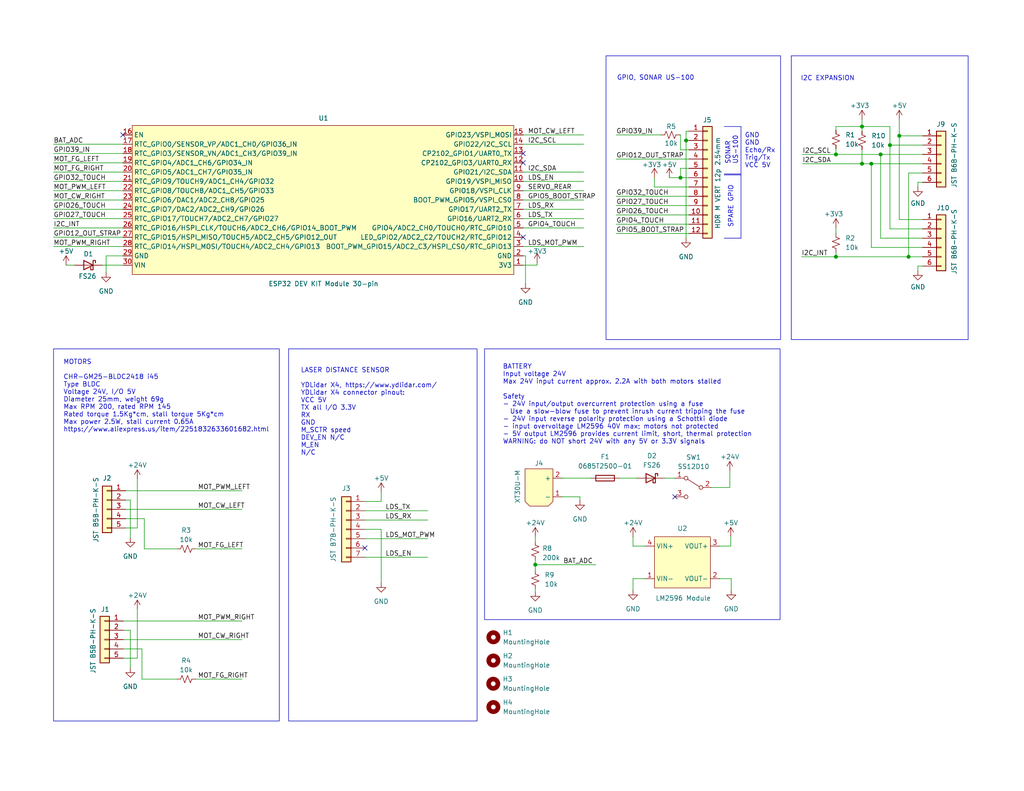
<source format=kicad_sch>
(kicad_sch (version 20230121) (generator eeschema)
  (paper "USLetter")
  (title_block (title "Maker's Pet ESP32 Breakout") (date "2023-12-29") (rev "1.1.0") (company "Maker's Pet") (comment 1 "makerspet.com"))
  (lib_symbols
    (symbol "Connector_Generic:Conn_01x05" (pin_names (offset 1.016) hide)
      (property "Reference" "J" (at 0 7.62 0))
      (property "Value" "Conn_01x05" (at 0 -7.62 0))
      (symbol "Conn_01x05_1_1"
        (rectangle (start -1.27 -4.953) (end 0 -5.207) (stroke (width 0.1524)))
        (rectangle (start -1.27 -2.413) (end 0 -2.667) (stroke (width 0.1524)))
        (rectangle (start -1.27 0.127) (end 0 -0.127) (stroke (width 0.1524)))
        (rectangle (start -1.27 2.667) (end 0 2.413) (stroke (width 0.1524)))
        (rectangle (start -1.27 5.207) (end 0 4.953) (stroke (width 0.1524)))
        (rectangle (start -1.27 6.35) (end 1.27 -6.35) (stroke (width 0.254)) (fill (type background)))
        (pin passive line (at -5.08 5.08 0) (length 3.81) (name "Pin_1") (number "1"))
        (pin passive line (at -5.08 2.54 0) (length 3.81) (name "Pin_2") (number "2"))
        (pin passive line (at -5.08 0 0) (length 3.81) (name "Pin_3") (number "3"))
        (pin passive line (at -5.08 -2.54 0) (length 3.81) (name "Pin_4") (number "4"))
        (pin passive line (at -5.08 -5.08 0) (length 3.81) (name "Pin_5") (number "5"))
      )
    )
    (symbol "Connector_Generic:Conn_01x06" (pin_names (offset 1.016) hide)
      (property "Reference" "J" (at 0 7.62 0))
      (property "Value" "Conn_01x06" (at 0 -10.16 0))
      (symbol "Conn_01x06_1_1"
        (rectangle (start -1.27 -7.493) (end 0 -7.747) (stroke (width 0.1524)))
        (rectangle (start -1.27 -4.953) (end 0 -5.207) (stroke (width 0.1524)))
        (rectangle (start -1.27 -2.413) (end 0 -2.667) (stroke (width 0.1524)))
        (rectangle (start -1.27 0.127) (end 0 -0.127) (stroke (width 0.1524)))
        (rectangle (start -1.27 2.667) (end 0 2.413) (stroke (width 0.1524)))
        (rectangle (start -1.27 5.207) (end 0 4.953) (stroke (width 0.1524)))
        (rectangle (start -1.27 6.35) (end 1.27 -8.89) (stroke (width 0.254)) (fill (type background)))
        (pin passive line (at -5.08 5.08 0) (length 3.81) (name "Pin_1") (number "1"))
        (pin passive line (at -5.08 2.54 0) (length 3.81) (name "Pin_2") (number "2"))
        (pin passive line (at -5.08 0 0) (length 3.81) (name "Pin_3") (number "3"))
        (pin passive line (at -5.08 -2.54 0) (length 3.81) (name "Pin_4") (number "4"))
        (pin passive line (at -5.08 -5.08 0) (length 3.81) (name "Pin_5") (number "5"))
        (pin passive line (at -5.08 -7.62 0) (length 3.81) (name "Pin_6") (number "6"))
      )
    )
    (symbol "Connector_Generic:Conn_01x07" (pin_names (offset 1.016) hide)
      (property "Reference" "J" (at 0 10.16 0))
      (property "Value" "Conn_01x07" (at 0 -10.16 0))
      (symbol "Conn_01x07_1_1"
        (rectangle (start -1.27 -7.493) (end 0 -7.747) (stroke (width 0.1524)))
        (rectangle (start -1.27 -4.953) (end 0 -5.207) (stroke (width 0.1524)))
        (rectangle (start -1.27 -2.413) (end 0 -2.667) (stroke (width 0.1524)))
        (rectangle (start -1.27 0.127) (end 0 -0.127) (stroke (width 0.1524)))
        (rectangle (start -1.27 2.667) (end 0 2.413) (stroke (width 0.1524)))
        (rectangle (start -1.27 5.207) (end 0 4.953) (stroke (width 0.1524)))
        (rectangle (start -1.27 7.747) (end 0 7.493) (stroke (width 0.1524)))
        (rectangle (start -1.27 8.89) (end 1.27 -8.89) (stroke (width 0.254)) (fill (type background)))
        (pin passive line (at -5.08 7.62 0) (length 3.81) (name "Pin_1") (number "1"))
        (pin passive line (at -5.08 5.08 0) (length 3.81) (name "Pin_2") (number "2"))
        (pin passive line (at -5.08 2.54 0) (length 3.81) (name "Pin_3") (number "3"))
        (pin passive line (at -5.08 0 0) (length 3.81) (name "Pin_4") (number "4"))
        (pin passive line (at -5.08 -2.54 0) (length 3.81) (name "Pin_5") (number "5"))
        (pin passive line (at -5.08 -5.08 0) (length 3.81) (name "Pin_6") (number "6"))
        (pin passive line (at -5.08 -7.62 0) (length 3.81) (name "Pin_7") (number "7"))
      )
    )
    (symbol "Connector_Generic:Conn_01x12" (pin_names (offset 1.016) hide)
      (property "Reference" "J" (at 0 15.24 0))
      (property "Value" "Conn_01x12" (at 0 -17.78 0))
      (symbol "Conn_01x12_1_1"
        (rectangle (start -1.27 -15.113) (end 0 -15.367) (stroke (width 0.1524)))
        (rectangle (start -1.27 -12.573) (end 0 -12.827) (stroke (width 0.1524)))
        (rectangle (start -1.27 -10.033) (end 0 -10.287) (stroke (width 0.1524)))
        (rectangle (start -1.27 -7.493) (end 0 -7.747) (stroke (width 0.1524)))
        (rectangle (start -1.27 -4.953) (end 0 -5.207) (stroke (width 0.1524)))
        (rectangle (start -1.27 -2.413) (end 0 -2.667) (stroke (width 0.1524)))
        (rectangle (start -1.27 0.127) (end 0 -0.127) (stroke (width 0.1524)))
        (rectangle (start -1.27 2.667) (end 0 2.413) (stroke (width 0.1524)))
        (rectangle (start -1.27 5.207) (end 0 4.953) (stroke (width 0.1524)))
        (rectangle (start -1.27 7.747) (end 0 7.493) (stroke (width 0.1524)))
        (rectangle (start -1.27 10.287) (end 0 10.033) (stroke (width 0.1524)))
        (rectangle (start -1.27 12.827) (end 0 12.573) (stroke (width 0.1524)))
        (rectangle (start -1.27 13.97) (end 1.27 -16.51) (stroke (width 0.254)) (fill (type background)))
        (pin passive line (at -5.08 12.7 0) (length 3.81) (name "Pin_1") (number "1"))
        (pin passive line (at -5.08 -10.16 0) (length 3.81) (name "Pin_10") (number "10"))
        (pin passive line (at -5.08 -12.7 0) (length 3.81) (name "Pin_11") (number "11"))
        (pin passive line (at -5.08 -15.24 0) (length 3.81) (name "Pin_12") (number "12"))
        (pin passive line (at -5.08 10.16 0) (length 3.81) (name "Pin_2") (number "2"))
        (pin passive line (at -5.08 7.62 0) (length 3.81) (name "Pin_3") (number "3"))
        (pin passive line (at -5.08 5.08 0) (length 3.81) (name "Pin_4") (number "4"))
        (pin passive line (at -5.08 2.54 0) (length 3.81) (name "Pin_5") (number "5"))
        (pin passive line (at -5.08 0 0) (length 3.81) (name "Pin_6") (number "6"))
        (pin passive line (at -5.08 -2.54 0) (length 3.81) (name "Pin_7") (number "7"))
        (pin passive line (at -5.08 -5.08 0) (length 3.81) (name "Pin_8") (number "8"))
        (pin passive line (at -5.08 -7.62 0) (length 3.81) (name "Pin_9") (number "9"))
      )
    )
    (symbol "Device:D_Schottky" (pin_numbers hide) (pin_names (offset 1.016) hide)
      (property "Reference" "D" (at 0 2.54 0))
      (property "Value" "D_Schottky" (at 0 -2.54 0))
      (symbol "D_Schottky_0_1"
        (polyline (pts (xy 1.27 0) (xy -1.27 0)))
        (polyline (pts (xy 1.27 1.27) (xy 1.27 -1.27) (xy -1.27 0) (xy 1.27 1.27)) (stroke (width 0.254)))
        (polyline (pts (xy -1.905 0.635) (xy -1.905 1.27) (xy -1.27 1.27) (xy -1.27 -1.27) (xy -0.635 -1.27) (xy -0.635 -0.635)) (stroke (width 0.254)))
      )
      (symbol "D_Schottky_1_1"
        (pin passive line (at -3.81 0 0) (length 2.54) (name "K") (number "1"))
        (pin passive line (at 3.81 0 180) (length 2.54) (name "A") (number "2"))
      )
    )
    (symbol "Device:Fuse" (pin_numbers hide) (pin_names (offset 0))
      (property "Reference" "F" (at 2.032 0 90))
      (property "Value" "Fuse" (at -1.905 0 90))
      (symbol "Fuse_0_1"
        (rectangle (start -0.762 -2.54) (end 0.762 2.54) (stroke (width 0.254)))
        (polyline (pts (xy 0 2.54) (xy 0 -2.54)))
      )
      (symbol "Fuse_1_1"
        (pin passive line (at 0 3.81 270) (length 1.27) (name "~") (number "1"))
        (pin passive line (at 0 -3.81 90) (length 1.27) (name "~") (number "2"))
      )
    )
    (symbol "Device:R_Small_US" (pin_numbers hide) (pin_names (offset 0.254) hide)
      (property "Reference" "R" (at 0.762 0.508 0))
      (property "Value" "R_Small_US" (at 0.762 -1.016 0))
      (symbol "R_Small_US_1_1"
        (polyline (pts (xy 0 0) (xy 1.016 -0.381) (xy 0 -0.762) (xy -1.016 -1.143) (xy 0 -1.524)))
        (polyline (pts (xy 0 1.524) (xy 1.016 1.143) (xy 0 0.762) (xy -1.016 0.381) (xy 0 0)))
        (pin passive line (at 0 2.54 270) (length 1.016) (name "~") (number "1"))
        (pin passive line (at 0 -2.54 90) (length 1.016) (name "~") (number "2"))
      )
    )
    (symbol "Makerspet:DC-DC Module"
      (property "Reference" "U" (at 0 -1.27 0))
      (symbol "DC-DC Module_1_1"
        (rectangle (start -7.62 -2.54) (end 7.62 -16.51) (fill (type background)))
        (pin passive line (at -10.16 -13.97 0) (length 2.54) (name "VIN-") (number "1"))
        (pin passive line (at 10.16 -13.97 180) (length 2.54) (name "VOUT-") (number "2"))
        (pin power_out line (at 10.16 -5.08 180) (length 2.54) (name "VOUT+") (number "3"))
        (pin power_in line (at -10.16 -5.08 0) (length 2.54) (name "VIN+") (number "4"))
      )
    )
    (symbol "Makerspet:ESP32-DOIT-V1"
      (property "Reference" "U1" (at -1.27 21.59 0))
      (property "Value" "ESP32 DEV KIT DOIT 30-pin" (at -1.27 24.13 0))
      (symbol "ESP32-DOIT-V1_1_1"
        (rectangle (start -53.34 20.32) (end 50.8 -20.32) (fill (type background)))
        (pin power_out line (at 53.34 -17.78 180) (length 2.54) (name "3V3") (number "1"))
        (pin bidirectional line (at 53.34 5.08 180) (length 2.54) (name "GPIO19/VSPI_MISO") (number "10"))
        (pin bidirectional line (at 53.34 7.62 180) (length 2.54) (name "GPIO21/I2C_SDA") (number "11"))
        (pin bidirectional line (at 53.34 10.16 180) (length 2.54) (name "CP2102_GPIO3/UART0_RX") (number "12"))
        (pin bidirectional line (at 53.34 12.7 180) (length 2.54) (name "CP2102_GPIO1/UART0_TX") (number "13"))
        (pin bidirectional line (at 53.34 15.24 180) (length 2.54) (name "GPIO22/I2C_SCL") (number "14"))
        (pin bidirectional line (at 53.34 17.78 180) (length 2.54) (name "GPIO23/VSPI_MOSI") (number "15"))
        (pin bidirectional line (at -55.88 17.78 0) (length 2.54) (name "EN") (number "16"))
        (pin bidirectional line (at -55.88 15.24 0) (length 2.54) (name "RTC_GPIO0/SENSOR_VP/ADC1_CH0/GPIO36_IN") (number "17"))
        (pin bidirectional line (at -55.88 12.7 0) (length 2.54) (name "RTC_GPIO3/SENSOR_VN/ADC1_CH3/GPIO39_IN") (number "18"))
        (pin bidirectional line (at -55.88 10.16 0) (length 2.54) (name "RTC_GPIO4/ADC1_CH6/GPIO34_IN") (number "19"))
        (pin passive line (at 53.34 -15.24 180) (length 2.54) (name "GND") (number "2"))
        (pin bidirectional line (at -55.88 7.62 0) (length 2.54) (name "RTC_GPIO5/ADC1_CH7/GPIO35_IN") (number "20"))
        (pin bidirectional line (at -55.88 5.08 0) (length 2.54) (name "RTC_GPIO9/TOUCH9/ADC1_CH4/GPIO32") (number "21"))
        (pin bidirectional line (at -55.88 2.54 0) (length 2.54) (name "RTC_GPIO8/TOUCH8/ADC1_CH5/GPIO33") (number "22"))
        (pin bidirectional line (at -55.88 0 0) (length 2.54) (name "RTC_GPIO6/DAC1/ADC2_CH8/GPIO25") (number "23"))
        (pin bidirectional line (at -55.88 -2.54 0) (length 2.54) (name "RTC_GPIO7/DAC2/ADC2_CH9/GPIO26") (number "24"))
        (pin bidirectional line (at -55.88 -5.08 0) (length 2.54) (name "RTC_GPIO17/TOUCH7/ADC2_CH7/GPIO27") (number "25"))
        (pin bidirectional line (at -55.88 -7.62 0) (length 2.54) (name "RTC_GPIO16/HSPI_CLK/TOUCH6/ADC2_CH6/GPIO14_BOOT_PWM") (number "26"))
        (pin bidirectional line (at -55.88 -10.16 0) (length 2.54) (name "RTC_GPIO15/HSPI_MISO/TOUCH5/ADC2_CH5/GPIO12_OUT") (number "27"))
        (pin bidirectional line (at -55.88 -12.7 0) (length 2.54) (name "RTC_GPIO14/HSPI_MOSI/TOUCH4/ADC2_CH4/GPIO13") (number "28"))
        (pin passive line (at -55.88 -15.24 0) (length 2.54) (name "GND") (number "29"))
        (pin bidirectional line (at 53.34 -12.7 180) (length 2.54) (name "BOOT_PWM_GPIO15/ADC2_C3/HSPI_CS0/RTC_GPIO13") (number "3"))
        (pin power_in line (at -55.88 -17.78 0) (length 2.54) (name "VIN") (number "30"))
        (pin bidirectional line (at 53.34 -10.16 180) (length 2.54) (name "LED_GPIO2/ADC2_C2/TOUCH2/RTC_GPIO12") (number "4"))
        (pin bidirectional line (at 53.34 -7.62 180) (length 2.54) (name "GPIO4/ADC2_CH0/TOUCH0/RTC_GPIO10") (number "5"))
        (pin bidirectional line (at 53.34 -5.08 180) (length 2.54) (name "GPIO16/UART2_RX") (number "6"))
        (pin bidirectional line (at 53.34 -2.54 180) (length 2.54) (name "GPIO17/UART2_TX") (number "7"))
        (pin bidirectional line (at 53.34 0 180) (length 2.54) (name "BOOT_PWM_GPIO5/VSPI_CS0") (number "8"))
        (pin bidirectional line (at 53.34 2.54 180) (length 2.54) (name "GPIO18/VSPI_CLK") (number "9"))
      )
    )
    (symbol "Makerspet:XT30UPB-M"
      (property "Reference" "J" (at 0 0 0))
      (symbol "XT30UPB-M_1_1"
        (polyline (pts (xy -3.81 -2.54) (xy 3.81 -2.54) (xy 3.81 -11.43) (xy 2.54 -12.7) (xy -2.54 -12.7) (xy -3.81 -11.43) (xy -3.81 -2.54)) (fill (type background)))
        (pin passive line (at 6.35 -10.16 180) (length 2.54) (name "-") (number "1"))
        (pin power_out line (at 6.35 -5.08 180) (length 2.54) (name "+") (number "2"))
      )
    )
    (symbol "Mechanical:MountingHole" (pin_names (offset 1.016))
      (property "Reference" "H" (at 0 5.08 0))
      (property "Value" "MountingHole" (at 0 3.175 0))
      (symbol "MountingHole_0_1"
        (circle (center 0 0) (radius 1.27) (stroke (width 1.27)))
      )
    )
    (symbol "Switch:SW_SPDT" (pin_names (offset 0) hide)
      (property "Reference" "SW" (at 0 4.318 0))
      (property "Value" "SW_SPDT" (at 0 -5.08 0))
      (symbol "SW_SPDT_0_0"
        (circle (center -2.032 0) (radius 0.508))
        (circle (center 2.032 -2.54) (radius 0.508))
      )
      (symbol "SW_SPDT_0_1"
        (polyline (pts (xy -1.524 0.254) (xy 1.651 2.286)))
        (circle (center 2.032 2.54) (radius 0.508))
      )
      (symbol "SW_SPDT_1_1"
        (pin passive line (at 5.08 2.54 180) (length 2.54) (name "A") (number "1"))
        (pin passive line (at -5.08 0 0) (length 2.54) (name "B") (number "2"))
        (pin passive line (at 5.08 -2.54 180) (length 2.54) (name "C") (number "3"))
      )
    )
    (symbol "power:+24V" (power) (pin_names (offset 0))
      (property "Value" "+24V" (at 0 3.556 0))
      (symbol "+24V_0_1"
        (polyline (pts (xy -0.762 1.27) (xy 0 2.54)))
        (polyline (pts (xy 0 0) (xy 0 2.54)))
        (polyline (pts (xy 0 2.54) (xy 0.762 1.27)))
      )
      (symbol "+24V_1_1"
        (pin power_in line (at 0 0 90) (length 0) hide (name "+24V") (number "1"))
      )
    )
    (symbol "power:+3V3" (power) (pin_names (offset 0))
      (property "Value" "+3V3" (at 0 3.556 0))
      (symbol "+3V3_0_1"
        (polyline (pts (xy -0.762 1.27) (xy 0 2.54)))
        (polyline (pts (xy 0 0) (xy 0 2.54)))
        (polyline (pts (xy 0 2.54) (xy 0.762 1.27)))
      )
      (symbol "+3V3_1_1"
        (pin power_in line (at 0 0 90) (length 0) hide (name "+3V3") (number "1"))
      )
    )
    (symbol "power:+5V" (power) (pin_names (offset 0))
      (property "Value" "+5V" (at 0 3.556 0))
      (symbol "+5V_0_1"
        (polyline (pts (xy -0.762 1.27) (xy 0 2.54)))
        (polyline (pts (xy 0 0) (xy 0 2.54)))
        (polyline (pts (xy 0 2.54) (xy 0.762 1.27)))
      )
      (symbol "+5V_1_1"
        (pin power_in line (at 0 0 90) (length 0) hide (name "+5V") (number "1"))
      )
    )
    (symbol "power:GND" (power) (pin_names (offset 0))
      (property "Value" "GND" (at 0 -3.81 0))
      (symbol "GND_0_1"
        (polyline (pts (xy 0 0) (xy 0 -1.27) (xy 1.27 -1.27) (xy 0 -2.54) (xy -1.27 -1.27) (xy 0 -1.27)))
      )
      (symbol "GND_1_1"
        (pin power_in line (at 0 0 270) (length 0) hide (name "GND") (number "1"))
      )
    )
  )
  (junction (at 242.824 39.624))
  (junction (at 228.092 42.164))
  (junction (at 185.674 48.514))
  (junction (at 187.198 38.354))
  (junction (at 235.204 44.704))
  (junction (at 247.904 70.104))
  (junction (at 228.092 70.104))
  (junction (at 146.05 154.178))
  (junction (at 240.284 42.164))
  (junction (at 237.744 44.704))
  (junction (at 235.204 34.544))
  (junction (at 245.364 37.084))
  (no_connect (at 33.528 36.83))
  (no_connect (at 142.748 44.45))
  (no_connect (at 142.748 41.91))
  (no_connect (at 99.568 149.606))
  (no_connect (at 142.748 64.77))
  (no_connect (at 184.15 135.636))
  (polyline (pts (xy 202.184 65.024) (xy 202.184 47.752)))
  (wire (pts (xy 142.748 52.07) (xy 159.258 52.07)))
  (wire (pts (xy 146.05 146.558) (xy 146.05 147.828)))
  (wire (pts (xy 27.94 72.39) (xy 33.528 72.39)))
  (wire (pts (xy 143.383 69.85) (xy 143.383 77.47)))
  (wire (pts (xy 142.748 62.23) (xy 159.258 62.23)))
  (wire (pts (xy 172.72 149.098) (xy 176.022 149.098)))
  (polyline (pts (xy 197.612 47.752) (xy 202.184 47.752)))
  (wire (pts (xy 218.694 70.104) (xy 228.092 70.104)))
  (wire (pts (xy 146.05 154.178) (xy 146.05 155.702)))
  (wire (pts (xy 53.34 185.42) (xy 66.04 185.42)))
  (wire (pts (xy 33.655 169.545) (xy 66.04 169.545)))
  (wire (pts (xy 185.674 48.514) (xy 187.96 48.514)))
  (wire (pts (xy 39.37 141.605) (xy 34.29 141.605)))
  (wire (pts (xy 34.29 144.145) (xy 37.465 144.145)))
  (wire (pts (xy 187.96 45.974) (xy 185.674 45.974)))
  (wire (pts (xy 218.948 44.704) (xy 235.204 44.704)))
  (wire (pts (xy 146.05 160.782) (xy 146.05 161.544)))
  (wire (pts (xy 14.605 54.61) (xy 33.528 54.61)))
  (wire (pts (xy 35.56 172.085) (xy 35.56 182.372)))
  (wire (pts (xy 142.748 57.15) (xy 159.258 57.15)))
  (wire (pts (xy 99.568 136.906) (xy 104.013 136.906)))
  (wire (pts (xy 199.136 128.524) (xy 199.136 133.096)))
  (wire (pts (xy 158.242 136.652) (xy 158.242 135.636)))
  (wire (pts (xy 245.364 37.084) (xy 245.364 59.944)))
  (wire (pts (xy 14.605 44.45) (xy 33.528 44.45)))
  (wire (pts (xy 250.444 72.644) (xy 251.714 72.644)))
  (wire (pts (xy 242.824 62.484) (xy 251.714 62.484)))
  (wire (pts (xy 172.72 157.988) (xy 176.022 157.988)))
  (wire (pts (xy 242.824 39.624) (xy 242.824 62.484)))
  (wire (pts (xy 237.744 44.704) (xy 237.744 67.564)))
  (wire (pts (xy 104.013 134.366) (xy 104.013 136.906)))
  (wire (pts (xy 35.56 136.525) (xy 35.56 146.812)))
  (wire (pts (xy 53.34 149.86) (xy 66.04 149.86)))
  (wire (pts (xy 39.37 149.86) (xy 39.37 141.605)))
  (wire (pts (xy 146.05 152.908) (xy 146.05 154.178)))
  (wire (pts (xy 185.674 45.974) (xy 185.674 48.514)))
  (wire (pts (xy 168.148 53.594) (xy 187.96 53.594)))
  (wire (pts (xy 142.748 59.69) (xy 159.258 59.69)))
  (wire (pts (xy 235.204 40.894) (xy 235.204 44.704)))
  (wire (pts (xy 240.284 42.164) (xy 251.714 42.164)))
  (wire (pts (xy 168.148 61.214) (xy 187.96 61.214)))
  (wire (pts (xy 172.72 161.163) (xy 172.72 157.988)))
  (wire (pts (xy 34.29 139.065) (xy 66.04 139.065)))
  (wire (pts (xy 14.605 49.53) (xy 33.528 49.53)))
  (wire (pts (xy 199.517 161.163) (xy 199.517 157.988)))
  (wire (pts (xy 33.528 69.85) (xy 28.956 69.85)))
  (wire (pts (xy 14.605 46.99) (xy 33.528 46.99)))
  (wire (pts (xy 187.96 51.054) (xy 178.562 51.054)))
  (wire (pts (xy 228.092 68.834) (xy 228.092 70.104)))
  (wire (pts (xy 14.605 64.77) (xy 33.528 64.77)))
  (wire (pts (xy 218.948 42.164) (xy 228.092 42.164)))
  (wire (pts (xy 240.284 42.164) (xy 240.284 65.024)))
  (wire (pts (xy 228.092 42.164) (xy 240.284 42.164)))
  (wire (pts (xy 185.674 36.83) (xy 185.674 40.894)))
  (wire (pts (xy 38.735 185.42) (xy 48.26 185.42)))
  (wire (pts (xy 185.42 36.83) (xy 185.674 36.83)))
  (wire (pts (xy 228.092 62.23) (xy 228.092 63.754)))
  (wire (pts (xy 245.364 59.944) (xy 251.714 59.944)))
  (wire (pts (xy 168.148 58.674) (xy 187.96 58.674)))
  (wire (pts (xy 38.735 185.42) (xy 38.735 177.165)))
  (wire (pts (xy 237.744 44.704) (xy 251.714 44.704)))
  (wire (pts (xy 235.204 44.704) (xy 237.744 44.704)))
  (wire (pts (xy 251.714 49.784) (xy 250.444 49.784)))
  (wire (pts (xy 251.714 67.564) (xy 237.744 67.564)))
  (wire (pts (xy 168.148 56.134) (xy 187.96 56.134)))
  (wire (pts (xy 235.204 32.639) (xy 235.204 34.544)))
  (wire (pts (xy 242.824 39.624) (xy 242.824 34.544)))
  (polyline (pts (xy 197.612 34.544) (xy 202.184 34.544)))
  (wire (pts (xy 38.735 177.165) (xy 33.655 177.165)))
  (wire (pts (xy 142.748 54.61) (xy 159.258 54.61)))
  (wire (pts (xy 187.96 35.814) (xy 187.198 35.814)))
  (polyline (pts (xy 197.612 47.498) (xy 202.184 47.498)))
  (wire (pts (xy 142.748 49.53) (xy 159.258 49.53)))
  (wire (pts (xy 142.748 67.31) (xy 159.258 67.31)))
  (wire (pts (xy 99.568 141.986) (xy 116.713 141.986)))
  (wire (pts (xy 228.092 35.56) (xy 228.092 34.544)))
  (wire (pts (xy 235.204 34.544) (xy 235.204 35.814)))
  (wire (pts (xy 168.148 43.434) (xy 187.96 43.434)))
  (wire (pts (xy 34.29 133.985) (xy 66.04 133.985)))
  (wire (pts (xy 153.416 135.636) (xy 158.242 135.636)))
  (wire (pts (xy 146.558 71.755) (xy 146.558 72.39)))
  (polyline (pts (xy 202.184 47.498) (xy 202.184 34.544)))
  (wire (pts (xy 37.465 130.81) (xy 37.465 144.145)))
  (wire (pts (xy 99.568 147.066) (xy 116.713 147.066)))
  (wire (pts (xy 235.204 34.544) (xy 242.824 34.544)))
  (wire (pts (xy 187.198 38.354) (xy 187.198 65.024)))
  (wire (pts (xy 228.092 70.104) (xy 247.904 70.104)))
  (wire (pts (xy 14.605 39.37) (xy 33.528 39.37)))
  (wire (pts (xy 168.91 130.556) (xy 173.736 130.556)))
  (wire (pts (xy 33.655 174.625) (xy 66.04 174.625)))
  (wire (pts (xy 185.674 40.894) (xy 187.96 40.894)))
  (wire (pts (xy 247.904 47.244) (xy 247.904 70.104)))
  (wire (pts (xy 181.356 130.556) (xy 184.15 130.556)))
  (wire (pts (xy 142.748 36.83) (xy 159.258 36.83)))
  (wire (pts (xy 99.568 144.526) (xy 104.013 144.526)))
  (wire (pts (xy 251.714 39.624) (xy 242.824 39.624)))
  (wire (pts (xy 247.904 47.244) (xy 251.714 47.244)))
  (wire (pts (xy 104.013 144.526) (xy 104.013 159.131)))
  (wire (pts (xy 187.198 38.354) (xy 187.96 38.354)))
  (wire (pts (xy 14.605 59.69) (xy 33.528 59.69)))
  (wire (pts (xy 196.342 149.098) (xy 199.39 149.098)))
  (wire (pts (xy 33.655 179.705) (xy 37.465 179.705)))
  (wire (pts (xy 142.748 69.85) (xy 143.383 69.85)))
  (wire (pts (xy 196.342 157.988) (xy 199.517 157.988)))
  (wire (pts (xy 251.714 37.084) (xy 245.364 37.084)))
  (wire (pts (xy 142.748 46.99) (xy 159.258 46.99)))
  (wire (pts (xy 14.605 67.31) (xy 33.528 67.31)))
  (wire (pts (xy 187.198 35.814) (xy 187.198 38.354)))
  (wire (pts (xy 39.37 149.86) (xy 48.26 149.86)))
  (wire (pts (xy 247.904 70.104) (xy 251.714 70.104)))
  (wire (pts (xy 14.605 52.07) (xy 33.528 52.07)))
  (wire (pts (xy 99.568 139.446) (xy 116.713 139.446)))
  (wire (pts (xy 250.444 72.644) (xy 250.444 73.914)))
  (wire (pts (xy 37.465 166.37) (xy 37.465 179.705)))
  (wire (pts (xy 153.416 130.556) (xy 161.29 130.556)))
  (wire (pts (xy 99.568 152.146) (xy 116.713 152.146)))
  (wire (pts (xy 251.714 65.024) (xy 240.284 65.024)))
  (wire (pts (xy 18.034 72.39) (xy 20.32 72.39)))
  (wire (pts (xy 34.29 136.525) (xy 35.56 136.525)))
  (wire (pts (xy 33.655 172.085) (xy 35.56 172.085)))
  (wire (pts (xy 172.72 146.558) (xy 172.72 149.098)))
  (wire (pts (xy 182.626 48.514) (xy 185.674 48.514)))
  (wire (pts (xy 228.092 34.544) (xy 235.204 34.544)))
  (wire (pts (xy 14.605 41.91) (xy 33.528 41.91)))
  (wire (pts (xy 142.748 39.37) (xy 159.258 39.37)))
  (wire (pts (xy 250.444 49.784) (xy 250.444 51.054)))
  (wire (pts (xy 146.05 154.178) (xy 162.56 154.178)))
  (wire (pts (xy 168.148 63.754) (xy 187.96 63.754)))
  (wire (pts (xy 199.136 133.096) (xy 194.31 133.096)))
  (polyline (pts (xy 197.612 65.024) (xy 202.184 65.024)))
  (wire (pts (xy 28.956 69.85) (xy 28.956 74.422)))
  (wire (pts (xy 142.748 72.39) (xy 146.558 72.39)))
  (wire (pts (xy 14.605 62.23) (xy 33.528 62.23)))
  (wire (pts (xy 168.148 36.83) (xy 180.34 36.83)))
  (wire (pts (xy 14.605 57.15) (xy 33.528 57.15)))
  (wire (pts (xy 199.39 146.558) (xy 199.39 149.098)))
  (wire (pts (xy 228.092 40.64) (xy 228.092 42.164)))
  (wire (pts (xy 178.562 48.514) (xy 178.562 51.054)))
  (wire (pts (xy 245.364 32.639) (xy 245.364 37.084)))
  (rectangle (start 14.605 95.25) (end 76.2 196.85))
  (rectangle (start 215.9 15.24) (end 264.16 92.71))
  (rectangle (start 78.74 95.25) (end 130.175 196.85))
  (rectangle (start 132.207 95.25) (end 212.852 169.164))
  (rectangle (start 165.354 15.24) (end 212.979 92.71))
  (text "SONAR\nUS-100" (at 201.422 44.958 90) (effects (font (size 1.27 1.27)) (justify left bottom)))
  (text "GND\nGND\nEcho/Rx\nTrig/Tx\nVCC 5V" (at 203.2 45.974 0) (effects (font (size 1.27 1.27)) (justify left bottom)))
  (text "SPARE GPIO" (at 200.152 62.23 90) (effects (font (size 1.27 1.27)) (justify left bottom)))
  (text "GPIO, SONAR US-100" (at 189.484 22.098 0) (effects (font (size 1.27 1.27)) (justify right bottom)))
  (text "I2C EXPANSION" (at 218.44 22.225 0) (effects (font (size 1.27 1.27)) (justify left bottom)))
  (text "BATTERY\nInput voltage 24V\nMax 24V input current approx. 2.2A with both motors stalled\n\nSafety\n- 24V input/output overcurrent protection using a fuse\n  Use a slow-blow fuse to prevent inrush current tripping the fuse\n- 24V input reverse polarity protection using a Schottki diode\n- input overvoltage LM2596 40V max; motors not protected\n- 5V output LM2596 provides current limit, short, thermal protection\nWARNING: do NOT short 24V with any 5V or 3.3V signals" (at 137.16 121.412 0) (effects (font (size 1.27 1.27)) (justify left bottom)))
  (text "MOTORS\n\nCHR-GM25-BLDC2418 i45\nType BLDC\nVoltage 24V, I/O 5V\nDiameter 25mm, weight 69g\nMax RPM 200, rated RPM 145\nRated torque 1.5Kg*cm, stall torque 5Kg*cm\nMax power 2.5W, stall current 0.65A\nhttps://www.aliexpress.us/item/2251832633601682.html" (at 17.272 118.11 0) (effects (font (size 1.27 1.27)) (justify left bottom)))
  (text "LASER DISTANCE SENSOR\n\nYDLidar X4, https://www.ydlidar.com/\nYDLidar X4 connector pinout:\nVCC 5V\nTX all I/O 3.3V\nRX\nGND\nM_SCTR speed\nDEV_EN N/C\nM_EN\nN/C" (at 82.042 124.46 0) (effects (font (size 1.27 1.27)) (justify left bottom)))
  (label "MOT_CW_LEFT" (at 144.018 36.83 0))
  (label "MOT_FG_LEFT" (at 14.605 44.45 0))
  (label "GPIO26_TOUCH" (at 14.605 57.15 0))
  (label "GPIO32_TOUCH" (at 168.148 53.594 0))
  (label "GPIO4_TOUCH" (at 144.018 62.23 0))
  (label "MOT_FG_RIGHT" (at 53.975 185.42 0))
  (label "MOT_FG_LEFT" (at 53.975 149.86 0))
  (label "I2C_INT" (at 218.694 70.104 0))
  (label "MOT_PWM_RIGHT" (at 53.975 169.545 0))
  (label "MOT_PWM_LEFT" (at 53.975 133.985 0))
  (label "LDS_TX" (at 105.156 139.446 0))
  (label "GPIO27_TOUCH" (at 168.148 56.134 0))
  (label "BAT_ADC" (at 14.605 39.37 0))
  (label "MOT_CW_RIGHT" (at 53.975 174.625 0))
  (label "LDS_MOT_PWM" (at 105.156 147.066 0))
  (label "MOT_PWM_LEFT" (at 14.605 52.07 0))
  (label "GPIO39_IN" (at 168.148 36.83 0))
  (label "LDS_MOT_PWM" (at 144.018 67.31 0))
  (label "LDS_RX" (at 105.156 141.986 0))
  (label "LDS_TX" (at 144.018 59.69 0))
  (label "BAT_ADC" (at 153.67 154.178 0))
  (label "GPIO5_BOOT_STRAP" (at 168.148 63.754 0))
  (label "MOT_CW_LEFT" (at 53.975 139.065 0))
  (label "GPIO32_TOUCH" (at 14.605 49.53 0))
  (label "GPIO27_TOUCH" (at 14.605 59.69 0))
  (label "MOT_CW_RIGHT" (at 14.605 54.61 0))
  (label "GPIO4_TOUCH" (at 168.148 61.214 0))
  (label "LDS_RX" (at 144.018 57.15 0))
  (label "I2C_SDA" (at 218.948 44.704 0))
  (label "GPIO26_TOUCH" (at 168.148 58.674 0))
  (label "GPIO12_OUT_STRAP" (at 168.148 43.434 0))
  (label "MOT_PWM_RIGHT" (at 14.605 67.31 0))
  (label "LDS_EN" (at 105.156 152.146 0))
  (label "I2C_SDA" (at 144.018 46.99 0))
  (label "MOT_FG_RIGHT" (at 14.605 46.99 0))
  (label "GPIO39_IN" (at 14.605 41.91 0))
  (label "GPIO5_BOOT_STRAP" (at 144.018 54.61 0))
  (label "SERVO_REAR" (at 144.018 52.07 0))
  (label "I2C_SCL" (at 218.948 42.164 0))
  (label "LDS_EN" (at 144.018 49.53 0))
  (label "I2C_INT" (at 14.605 62.23 0))
  (label "GPIO12_OUT_STRAP" (at 14.605 64.77 0))
  (label "I2C_SCL" (at 144.018 39.37 0))
  (symbol (lib_id "Connector_Generic:Conn_01x06") (at 256.794 65.024 0) (unit 1)
    (property "Reference" "J10" (at 255.524 56.769 0) (effects (justify left)))
    (property "Value" "JST B6B-PH-K-S" (at 260.35 74.93 90) (effects (justify left)))
    (property "Footprint" "Connector_JST:JST_PH_B6B-PH-K_1x06_P2.00mm_Vertical" (effects hide))
  )
  (symbol (lib_id "power:GND") (at 172.72 161.163 0) (unit 1)
    (property "Reference" "#PWR017" (effects hide))
    (property "Value" "GND" (at 172.72 166.243 0))
  )
  (symbol (lib_id "power:+3V3") (at 146.558 71.755 0) (unit 1)
    (property "Reference" "#PWR015" (effects hide))
    (property "Value" "+3V3" (at 146.558 68.58 0))
  )
  (symbol (lib_id "power:GND") (at 143.383 77.47 0) (unit 1)
    (property "Reference" "#PWR014" (effects hide))
    (property "Value" "GND" (at 143.383 82.55 0))
  )
  (symbol (lib_id "Device:D_Schottky") (at 24.13 72.39 0) (mirror y) (unit 1)
    (property "Reference" "D1" (at 24.13 69.342 0))
    (property "Value" "FS26" (at 23.876 75.438 0))
    (property "Footprint" "Diode_SMD:D_SOD-123F" (effects hide))
    (property "Datasheet" "https://www.digikey.com/en/products/detail/good-ark-semiconductor/FS26/18667798" (effects hide))
  )
  (symbol (lib_id "Switch:SW_SPDT") (at 189.23 133.096 0) (mirror y) (unit 1)
    (property "Reference" "SW1" (at 189.23 124.841 0))
    (property "Value" "SS12D10" (at 189.23 127.381 0))
    (property "Footprint" "Makerspet:SWITCH" (effects hide))
    (property "Datasheet" "https://www.aliexpress.us/item/3256803752541650.html" (effects hide))
  )
  (symbol (lib_id "Device:Fuse") (at 165.1 130.556 90) (unit 1)
    (property "Reference" "F1" (at 165.1 124.714 90))
    (property "Value" "0685T2500-01" (at 165.1 127.254 90))
    (property "Footprint" "Fuse:Fuse_1206_3216Metric" (effects hide))
    (property "Datasheet" "https://www.belfuse.com/resources/datasheets/circuitprotection/ds-cp-c1t-series.pdf" (effects hide))
  )
  (symbol (lib_id "power:+3V3") (at 235.204 32.639 0) (unit 1)
    (property "Reference" "#PWR030" (effects hide))
    (property "Value" "+3V3" (at 234.569 28.829 0))
  )
  (symbol (lib_id "Mechanical:MountingHole") (at 134.62 173.99 0) (unit 1)
    (property "Reference" "H1" (at 137.16 172.72 0) (effects (justify left)))
    (property "Value" "MountingHole" (at 137.16 175.26 0) (effects (justify left)))
    (property "Footprint" "MountingHole:MountingHole_3.2mm_M3" (effects hide))
  )
  (symbol (lib_id "Connector_Generic:Conn_01x05") (at 29.21 139.065 0) (mirror y) (unit 1)
    (property "Reference" "J2" (at 29.21 130.556 0))
    (property "Value" "JST B5B-PH-K-S" (at 26.162 139.192 90))
    (property "Footprint" "Connector_JST:JST_PH_B5B-PH-K_1x05_P2.00mm_Vertical" (effects hide))
  )
  (symbol (lib_id "power:+24V") (at 37.465 166.37 0) (unit 1)
    (property "Reference" "#PWR06" (effects hide))
    (property "Value" "+24V" (at 37.465 162.56 0))
  )
  (symbol (lib_id "power:+3V3") (at 228.092 62.23 0) (unit 1)
    (property "Reference" "#PWR07" (effects hide))
    (property "Value" "+3V3" (at 227.457 58.42 0))
  )
  (symbol (lib_id "Device:R_Small_US") (at 50.8 185.42 270) (unit 1)
    (property "Reference" "R4" (at 50.8 180.347 90))
    (property "Value" "10k" (at 50.8 182.887 90))
    (property "Footprint" "Resistor_SMD:R_0603_1608Metric" (effects hide))
  )
  (symbol (lib_id "power:GND") (at 187.198 65.024 0) (unit 1)
    (property "Reference" "#PWR011" (effects hide))
    (property "Value" "GND" (at 187.198 70.104 0))
  )
  (symbol (lib_id "Connector_Generic:Conn_01x12") (at 193.04 48.514 0) (unit 1)
    (property "Reference" "J5" (at 191.77 32.766 0) (effects (justify left)))
    (property "Value" "HDR M VERT 12p 2.54mm" (at 195.834 62.484 90) (effects (justify left)))
    (property "Footprint" "Connector_PinSocket_2.54mm:PinSocket_1x12_P2.54mm_Vertical" (effects hide))
  )
  (symbol (lib_id "Device:R_Small_US") (at 228.092 38.1 0) (unit 1)
    (property "Reference" "R1" (at 230.632 36.83 0) (effects (justify left)))
    (property "Value" "10k" (at 230.632 39.37 0) (effects (justify left)))
    (property "Footprint" "Resistor_SMD:R_0603_1608Metric" (effects hide))
  )
  (symbol (lib_id "Connector_Generic:Conn_01x07") (at 94.488 144.526 0) (mirror y) (unit 1)
    (property "Reference" "J3" (at 94.488 133.35 0))
    (property "Value" "JST B7B-PH-K-S" (at 90.932 144.526 90))
    (property "Footprint" "Connector_JST:JST_PH_B7B-PH-K_1x07_P2.00mm_Vertical" (effects hide))
  )
  (symbol (lib_id "power:GND") (at 146.05 161.544 0) (unit 1)
    (property "Reference" "#PWR027" (effects hide))
    (property "Value" "GND" (at 146.05 166.624 0))
  )
  (symbol (lib_id "power:GND") (at 250.444 51.054 0) (unit 1)
    (property "Reference" "#PWR032" (effects hide))
    (property "Value" "GND" (at 250.444 55.499 0))
  )
  (symbol (lib_id "power:GND") (at 35.56 146.812 0) (unit 1)
    (property "Reference" "#PWR03" (effects hide))
    (property "Value" "GND" (at 35.56 151.892 0))
  )
  (symbol (lib_id "Makerspet:DC-DC Module") (at 186.182 144.018 0) (unit 1)
    (property "Reference" "U2" (at 186.182 144.272 0))
    (property "Value" "LM2596 Module" (at 186.436 163.322 0))
    (property "Footprint" "Makerspet:LM2596 Module" (effects hide))
    (property "Link" "https://www.amazon.com/Zixtec-LM2596-Converter-Module-1-25V-30V/dp/B07VVXF7YX/" (effects hide))
  )
  (symbol (lib_id "Mechanical:MountingHole") (at 134.62 193.04 0) (unit 1)
    (property "Reference" "H4" (at 137.16 191.77 0) (effects (justify left)))
    (property "Value" "MountingHole" (at 137.16 194.31 0) (effects (justify left)))
    (property "Footprint" "MountingHole:MountingHole_3.2mm_M3" (effects hide))
  )
  (symbol (lib_id "Makerspet:ESP32-DOIT-V1") (at 89.408 54.61 0) (unit 1)
    (property "Reference" "U1" (at 88.265 32.258 0))
    (property "Value" "ESP32 DEV KIT Module 30-pin" (at 88.265 77.47 0))
    (property "Footprint" "Makerspet:ESP-32" (effects hide))
  )
  (symbol (lib_id "Device:R_Small_US") (at 146.05 158.242 180) (unit 1)
    (property "Reference" "R9" (at 148.59 156.972 0) (effects (justify right)))
    (property "Value" "10k" (at 148.59 159.512 0) (effects (justify right)))
    (property "Footprint" "Resistor_SMD:R_0603_1608Metric" (effects hide))
  )
  (symbol (lib_id "Mechanical:MountingHole") (at 134.5851 186.6785 0) (unit 1)
    (property "Reference" "H3" (at 137.1251 185.4085 0) (effects (justify left)))
    (property "Value" "MountingHole" (at 137.1251 187.9485 0) (effects (justify left)))
    (property "Footprint" "MountingHole:MountingHole_3.2mm_M3" (effects hide))
  )
  (symbol (lib_id "power:+5V") (at 104.013 134.366 0) (unit 1)
    (property "Reference" "#PWR09" (effects hide))
    (property "Value" "+5V" (at 104.013 130.556 0))
  )
  (symbol (lib_id "power:+5V") (at 18.034 72.39 0) (unit 1)
    (property "Reference" "#PWR02" (effects hide))
    (property "Value" "+5V" (at 18.034 68.58 0))
  )
  (symbol (lib_id "Device:D_Schottky") (at 177.546 130.556 0) (mirror y) (unit 1)
    (property "Reference" "D2" (at 177.8635 124.46 0))
    (property "Value" "FS26" (at 177.8635 127 0))
    (property "Footprint" "Diode_SMD:D_SOD-123F" (effects hide))
    (property "Datasheet" "https://www.digikey.com/en/products/detail/good-ark-semiconductor/FS26/18667798" (effects hide))
  )
  (symbol (lib_id "power:GND") (at 104.013 159.131 0) (unit 1)
    (property "Reference" "#PWR010" (effects hide))
    (property "Value" "GND" (at 104.013 164.211 0))
  )
  (symbol (lib_id "power:GND") (at 35.56 182.372 0) (unit 1)
    (property "Reference" "#PWR04" (effects hide))
    (property "Value" "GND" (at 35.56 187.452 0))
  )
  (symbol (lib_id "Mechanical:MountingHole") (at 134.62 180.34 0) (unit 1)
    (property "Reference" "H2" (at 137.16 179.07 0) (effects (justify left)))
    (property "Value" "MountingHole" (at 137.16 181.61 0) (effects (justify left)))
    (property "Footprint" "MountingHole:MountingHole_3.2mm_M3" (effects hide))
  )
  (symbol (lib_id "Device:R_Small_US") (at 146.05 150.368 180) (unit 1)
    (property "Reference" "R8" (at 147.955 149.733 0) (effects (justify right)))
    (property "Value" "200k" (at 147.955 152.273 0) (effects (justify right)))
    (property "Footprint" "Resistor_SMD:R_0603_1608Metric" (effects hide))
  )
  (symbol (lib_id "power:GND") (at 199.517 161.163 0) (unit 1)
    (property "Reference" "#PWR018" (effects hide))
    (property "Value" "GND" (at 199.517 166.243 0))
  )
  (symbol (lib_id "Makerspet:XT30UPB-M") (at 147.066 125.476 0) (unit 1)
    (property "Reference" "J4" (at 147.066 126.492 0))
    (property "Value" "XT30U-M" (at 141.224 132.842 90))
    (property "Footprint" "Makerspet:AMASS_XT30U-F_1x02_P5.0mm_Vertical" (effects hide))
  )
  (symbol (lib_id "power:GND") (at 250.444 73.914 0) (unit 1)
    (property "Reference" "#PWR033" (effects hide))
    (property "Value" "GND" (at 250.444 78.359 0))
  )
  (symbol (lib_id "power:+24V") (at 146.05 146.558 0) (unit 1)
    (property "Reference" "#PWR026" (effects hide))
    (property "Value" "+24V" (at 146.05 142.748 0))
  )
  (symbol (lib_id "power:+5V") (at 245.364 32.639 0) (unit 1)
    (property "Reference" "#PWR031" (effects hide))
    (property "Value" "+5V" (at 245.364 28.829 0))
  )
  (symbol (lib_id "Connector_Generic:Conn_01x05") (at 28.575 174.625 0) (mirror y) (unit 1)
    (property "Reference" "J1" (at 28.702 166.37 0))
    (property "Value" "JST B5B-PH-K-S" (at 25.4 175.006 90))
    (property "Footprint" "Connector_JST:JST_PH_B5B-PH-K_1x05_P2.00mm_Vertical" (effects hide))
  )
  (symbol (lib_id "power:+24V") (at 199.136 128.524 0) (unit 1)
    (property "Reference" "#PWR013" (effects hide))
    (property "Value" "+24V" (at 199.136 124.714 0))
  )
  (symbol (lib_id "power:GND") (at 158.242 136.652 0) (unit 1)
    (property "Reference" "#PWR038" (effects hide))
    (property "Value" "GND" (at 158.242 141.732 0))
  )
  (symbol (lib_id "power:+24V") (at 37.465 130.81 0) (unit 1)
    (property "Reference" "#PWR05" (effects hide))
    (property "Value" "+24V" (at 37.465 127 0))
  )
  (symbol (lib_id "Device:R_Small_US") (at 235.204 38.354 0) (unit 1)
    (property "Reference" "R10" (at 237.744 37.084 0) (effects (justify left)))
    (property "Value" "10k" (at 237.744 39.624 0) (effects (justify left)))
    (property "Footprint" "Resistor_SMD:R_0603_1608Metric" (effects hide))
  )
  (symbol (lib_id "Connector_Generic:Conn_01x06") (at 256.794 42.164 0) (unit 1)
    (property "Reference" "J9" (at 255.524 33.909 0) (effects (justify left)))
    (property "Value" "JST B6B-PH-K-S" (at 260.35 51.308 90) (effects (justify left)))
    (property "Footprint" "Connector_JST:JST_PH_B6B-PH-K_1x06_P2.00mm_Vertical" (effects hide))
  )
  (symbol (lib_id "power:+5V") (at 182.626 48.514 0) (unit 1)
    (property "Reference" "#PWR019" (effects hide))
    (property "Value" "+5V" (at 182.626 44.958 0))
  )
  (symbol (lib_id "power:+5V") (at 199.39 146.558 0) (unit 1)
    (property "Reference" "#PWR08" (effects hide))
    (property "Value" "+5V" (at 199.39 142.748 0))
  )
  (symbol (lib_id "Device:R_Small_US") (at 50.8 149.86 270) (unit 1)
    (property "Reference" "R3" (at 50.8 144.787 90))
    (property "Value" "10k" (at 50.8 147.327 90))
    (property "Footprint" "Resistor_SMD:R_0603_1608Metric" (effects hide))
  )
  (symbol (lib_id "Device:R_Small_US") (at 228.092 66.294 0) (unit 1)
    (property "Reference" "R2" (at 230.632 65.024 0) (effects (justify left)))
    (property "Value" "10k" (at 230.632 67.564 0) (effects (justify left)))
    (property "Footprint" "Resistor_SMD:R_0603_1608Metric" (effects hide))
  )
  (symbol (lib_id "power:+24V") (at 172.72 146.558 0) (unit 1)
    (property "Reference" "#PWR016" (effects hide))
    (property "Value" "+24V" (at 172.72 142.748 0))
  )
  (symbol (lib_id "power:+3V3") (at 178.562 48.514 0) (unit 1)
    (property "Reference" "#PWR012" (effects hide))
    (property "Value" "+3V3" (at 177.8 44.958 0))
  )
  (symbol (lib_id "power:GND") (at 28.956 74.422 0) (unit 1)
    (property "Reference" "#PWR01" (effects hide))
    (property "Value" "GND" (at 28.956 79.502 0))
  )
  (symbol (lib_id "Device:R_Small_US") (at 182.88 36.83 90) (unit 1)
    (property "Reference" "R5" (at 183.134 34.544 90))
    (property "Value" "10k" (at 183.134 39.116 90))
    (property "Footprint" "Resistor_SMD:R_0603_1608Metric" (effects hide))
  )
)
</source>
